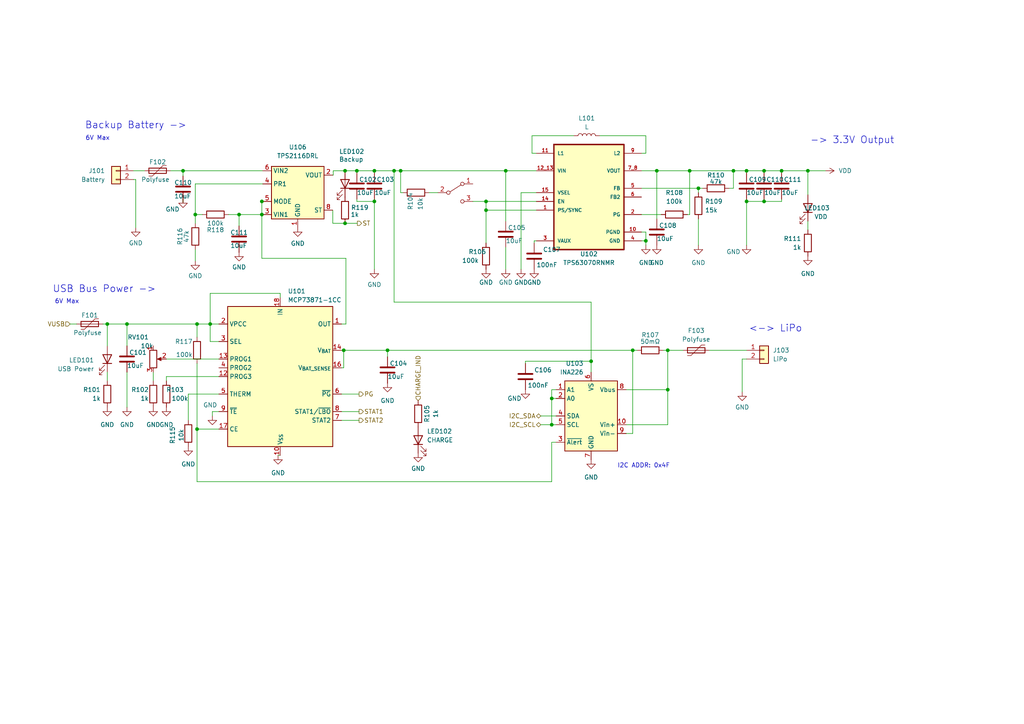
<source format=kicad_sch>
(kicad_sch (version 20231120) (generator "eeschema") (generator_version "8.0")
  (paper "A4")
  (lib_symbols
    (symbol "Battery_Management:MCP73871-1CC"
      (property "Reference" "U" (at -7.62 24.13 0))
      (property "Value" "MCP73871-1CC" (at -15.24 21.59 0))
      (symbol "MCP73871-1CC_0_1"
        (rectangle (start -15.24 20.32) (end 15.24 -20.32) (stroke (width 0.254)) (fill (type background)))
      )
      (symbol "MCP73871-1CC_1_1"
        (pin power_out line (at 17.78 15.24 180) (length 2.54) (name "OUT") (number "1"))
        (pin power_in line (at 0 -22.86 90) (length 2.54) (name "V_{SS}") (number "10"))
        (pin passive line (at 0 -22.86 90) (length 2.54) hide (name "V_{SS}") (number "11"))
        (pin bidirectional line (at -17.78 0 0) (length 2.54) (name "PROG3") (number "12"))
        (pin bidirectional line (at -17.78 5.08 0) (length 2.54) (name "PROG1") (number "13"))
        (pin power_out line (at 17.78 7.62 180) (length 2.54) (name "V_{BAT}") (number "14"))
        (pin passive line (at 17.78 7.62 180) (length 2.54) hide (name "V_{BAT}") (number "15"))
        (pin input line (at 17.78 2.54 180) (length 2.54) (name "V_{BAT_SENSE}") (number "16"))
        (pin input line (at -17.78 -15.24 0) (length 2.54) (name "CE") (number "17"))
        (pin power_in line (at 0 22.86 270) (length 2.54) (name "IN") (number "18"))
        (pin passive line (at 0 22.86 270) (length 2.54) hide (name "IN") (number "19"))
        (pin input line (at -17.78 15.24 0) (length 2.54) (name "VPCC") (number "2"))
        (pin passive line (at 17.78 15.24 180) (length 2.54) hide (name "OUT") (number "20"))
        (pin passive line (at 0 -22.86 90) (length 2.54) hide (name "V_{SS}") (number "21"))
        (pin input line (at -17.78 10.16 0) (length 2.54) (name "SEL") (number "3"))
        (pin input line (at -17.78 2.54 0) (length 2.54) (name "PROG2") (number "4"))
        (pin bidirectional line (at -17.78 -5.08 0) (length 2.54) (name "THERM") (number "5"))
        (pin open_collector line (at 17.78 -5.08 180) (length 2.54) (name "~{PG}") (number "6"))
        (pin open_collector line (at 17.78 -12.7 180) (length 2.54) (name "STAT2") (number "7"))
        (pin open_collector line (at 17.78 -10.16 180) (length 2.54) (name "STAT1/~{LBO}") (number "8"))
        (pin input line (at -17.78 -10.16 0) (length 2.54) (name "~{TE}") (number "9"))
      )
    )
    (symbol "Connector_Generic:Conn_01x02" (pin_names (offset 1.016) hide)
      (property "Reference" "J" (at 0 2.54 0))
      (property "Value" "Conn_01x02" (at 0 -5.08 0))
      (symbol "Conn_01x02_1_1"
        (rectangle (start -1.27 -2.413) (end 0 -2.667) (stroke (width 0.1524)))
        (rectangle (start -1.27 0.127) (end 0 -0.127) (stroke (width 0.1524)))
        (rectangle (start -1.27 1.27) (end 1.27 -3.81) (stroke (width 0.254)) (fill (type background)))
        (pin passive line (at -5.08 0 0) (length 3.81) (name "Pin_1") (number "1"))
        (pin passive line (at -5.08 -2.54 0) (length 3.81) (name "Pin_2") (number "2"))
      )
    )
    (symbol "Device:C" (pin_numbers hide) (pin_names (offset 0.254))
      (property "Reference" "C" (at 0.635 2.54 0))
      (property "Value" "C" (at 0.635 -2.54 0))
      (symbol "C_0_1"
        (polyline (pts (xy -2.032 -0.762) (xy 2.032 -0.762)) (stroke (width 0.508)))
        (polyline (pts (xy -2.032 0.762) (xy 2.032 0.762)) (stroke (width 0.508)))
      )
      (symbol "C_1_1"
        (pin passive line (at 0 3.81 270) (length 2.794) (name "~") (number "1"))
        (pin passive line (at 0 -3.81 90) (length 2.794) (name "~") (number "2"))
      )
    )
    (symbol "Device:L" (pin_numbers hide) (pin_names (offset 1.016) hide)
      (property "Reference" "L" (at -1.27 0 90))
      (property "Value" "L" (at 1.905 0 90))
      (symbol "L_0_1"
        (arc (start 0 -2.54) (mid 0.6323 -1.905) (end 0 -1.27))
        (arc (start 0 -1.27) (mid 0.6323 -0.635) (end 0 0))
        (arc (start 0 0) (mid 0.6323 0.635) (end 0 1.27))
        (arc (start 0 1.27) (mid 0.6323 1.905) (end 0 2.54))
      )
      (symbol "L_1_1"
        (pin passive line (at 0 3.81 270) (length 1.27) (name "1") (number "1"))
        (pin passive line (at 0 -3.81 90) (length 1.27) (name "2") (number "2"))
      )
    )
    (symbol "Device:LED" (pin_numbers hide) (pin_names (offset 1.016) hide)
      (property "Reference" "D" (at 0 2.54 0))
      (property "Value" "LED" (at 0 -2.54 0))
      (symbol "LED_0_1"
        (polyline (pts (xy -1.27 -1.27) (xy -1.27 1.27)) (stroke (width 0.254)))
        (polyline (pts (xy -1.27 0) (xy 1.27 0)))
        (polyline (pts (xy 1.27 -1.27) (xy 1.27 1.27) (xy -1.27 0) (xy 1.27 -1.27)) (stroke (width 0.254)))
        (polyline (pts (xy -3.048 -0.762) (xy -4.572 -2.286) (xy -3.81 -2.286) (xy -4.572 -2.286) (xy -4.572 -1.524)))
        (polyline (pts (xy -1.778 -0.762) (xy -3.302 -2.286) (xy -2.54 -2.286) (xy -3.302 -2.286) (xy -3.302 -1.524)))
      )
      (symbol "LED_1_1"
        (pin passive line (at -3.81 0 0) (length 2.54) (name "K") (number "1"))
        (pin passive line (at 3.81 0 180) (length 2.54) (name "A") (number "2"))
      )
    )
    (symbol "Device:Polyfuse" (pin_numbers hide) (pin_names (offset 0))
      (property "Reference" "F" (at -2.54 0 90))
      (property "Value" "Polyfuse" (at 2.54 0 90))
      (symbol "Polyfuse_0_1"
        (rectangle (start -0.762 2.54) (end 0.762 -2.54) (stroke (width 0.254)))
        (polyline (pts (xy 0 2.54) (xy 0 -2.54)))
        (polyline (pts (xy -1.524 2.54) (xy -1.524 1.524) (xy 1.524 -1.524) (xy 1.524 -2.54)))
      )
      (symbol "Polyfuse_1_1"
        (pin passive line (at 0 3.81 270) (length 1.27) (name "~") (number "1"))
        (pin passive line (at 0 -3.81 90) (length 1.27) (name "~") (number "2"))
      )
    )
    (symbol "Device:R" (pin_numbers hide) (pin_names (offset 0))
      (property "Reference" "R" (at 2.032 0 90))
      (property "Value" "R" (at 0 0 90))
      (symbol "R_0_1"
        (rectangle (start -1.016 -2.54) (end 1.016 2.54) (stroke (width 0.254)))
      )
      (symbol "R_1_1"
        (pin passive line (at 0 3.81 270) (length 1.27) (name "~") (number "1"))
        (pin passive line (at 0 -3.81 90) (length 1.27) (name "~") (number "2"))
      )
    )
    (symbol "Device:R_Potentiometer" (pin_names (offset 1.016) hide)
      (property "Reference" "RV" (at -4.445 0 90))
      (property "Value" "R_Potentiometer" (at -2.54 0 90))
      (symbol "R_Potentiometer_0_1"
        (polyline (pts (xy 2.54 0) (xy 1.524 0)))
        (polyline (pts (xy 1.143 0) (xy 2.286 0.508) (xy 2.286 -0.508) (xy 1.143 0)) (fill (type outline)))
        (rectangle (start 1.016 2.54) (end -1.016 -2.54) (stroke (width 0.254)))
      )
      (symbol "R_Potentiometer_1_1"
        (pin passive line (at 0 3.81 270) (length 1.27) (name "1") (number "1"))
        (pin passive line (at 3.81 0 180) (length 1.27) (name "2") (number "2"))
        (pin passive line (at 0 -3.81 90) (length 1.27) (name "3") (number "3"))
      )
    )
    (symbol "GND_1" (power) (pin_numbers hide) (pin_names (offset 0) hide)
      (property "Value" "GND" (at 0 -3.81 0))
      (symbol "GND_1_0_1"
        (polyline (pts (xy 0 0) (xy 0 -1.27) (xy 1.27 -1.27) (xy 0 -2.54) (xy -1.27 -1.27) (xy 0 -1.27)))
      )
      (symbol "GND_1_1_1"
        (pin power_in line (at 0 0 270) (length 0) (name "~") (number "1"))
      )
    )
    (symbol "GND_2" (power) (pin_numbers hide) (pin_names (offset 0) hide)
      (property "Value" "GND" (at 0 -3.81 0))
      (symbol "GND_2_0_1"
        (polyline (pts (xy 0 0) (xy 0 -1.27) (xy 1.27 -1.27) (xy 0 -2.54) (xy -1.27 -1.27) (xy 0 -1.27)))
      )
      (symbol "GND_2_1_1"
        (pin power_in line (at 0 0 270) (length 0) (name "~") (number "1"))
      )
    )
    (symbol "Power_Management:TPS2116DRL"
      (property "Reference" "U306" (at 0 13.208 0))
      (property "Value" "TPS2116DRL" (at 0 10.668 0))
      (symbol "TPS2116DRL_0_1"
        (rectangle (start -7.62 7.62) (end 7.62 -7.62) (stroke (width 0.254)) (fill (type background)))
      )
      (symbol "TPS2116DRL_1_0"
        (pin power_out line (at 10.16 5.08 180) (length 2.54) hide (name "VOUT") (number "7"))
      )
      (symbol "TPS2116DRL_1_1"
        (pin power_in line (at 0 -10.16 90) (length 2.54) (name "GND") (number "1"))
        (pin power_out line (at 10.16 5.08 180) (length 2.54) (name "VOUT") (number "2"))
        (pin power_in line (at -10.16 -6.35 0) (length 2.54) (name "VIN1") (number "3"))
        (pin input line (at -10.16 2.54 0) (length 2.54) (name "PR1") (number "4"))
        (pin input line (at -10.16 -2.54 0) (length 2.54) (name "MODE") (number "5"))
        (pin power_in line (at -10.16 6.35 0) (length 2.54) (name "VIN2") (number "6"))
        (pin open_collector line (at 10.16 -5.08 180) (length 2.54) (name "ST") (number "8"))
      )
    )
    (symbol "Sensor_Energy:INA226"
      (property "Reference" "U" (at -6.35 11.43 0))
      (property "Value" "INA226" (at 3.81 11.43 0))
      (symbol "INA226_0_1"
        (rectangle (start 7.62 10.16) (end -7.62 -10.16) (stroke (width 0.254)) (fill (type background)))
      )
      (symbol "INA226_1_1"
        (pin input line (at 10.16 7.62 180) (length 2.54) (name "A1") (number "1"))
        (pin input line (at -10.16 -2.54 0) (length 2.54) (name "Vin+") (number "10"))
        (pin input line (at 10.16 5.08 180) (length 2.54) (name "A0") (number "2"))
        (pin open_collector line (at 10.16 -7.62 180) (length 2.54) (name "~{Alert}") (number "3"))
        (pin bidirectional line (at 10.16 0 180) (length 2.54) (name "SDA") (number "4"))
        (pin input line (at 10.16 -2.54 180) (length 2.54) (name "SCL") (number "5"))
        (pin power_in line (at 0 12.7 270) (length 2.54) (name "VS") (number "6"))
        (pin power_in line (at 0 -12.7 90) (length 2.54) (name "GND") (number "7"))
        (pin input line (at -10.16 7.62 0) (length 2.54) (name "Vbus") (number "8"))
        (pin input line (at -10.16 -5.08 0) (length 2.54) (name "Vin-") (number "9"))
      )
    )
    (symbol "Switch:SW_SPDT" (pin_names (offset 0) hide)
      (property "Reference" "SW" (at 0 4.318 0))
      (property "Value" "SW_SPDT" (at 0 -5.08 0))
      (symbol "SW_SPDT_0_0"
        (circle (center -2.032 0) (radius 0.508))
        (circle (center 2.032 -2.54) (radius 0.508))
      )
      (symbol "SW_SPDT_0_1"
        (polyline (pts (xy -1.524 0.254) (xy 1.651 2.286)))
        (circle (center 2.032 2.54) (radius 0.508))
      )
      (symbol "SW_SPDT_1_1"
        (pin passive line (at 5.08 2.54 180) (length 2.54) (name "A") (number "1"))
        (pin passive line (at -5.08 0 0) (length 2.54) (name "B") (number "2"))
        (pin passive line (at 5.08 -2.54 180) (length 2.54) (name "C") (number "3"))
      )
    )
    (symbol "WOBCLibrary:TPS63070RNMR" (pin_names (offset 1.016))
      (property "Reference" "U" (at -12.7 29.21 0))
      (property "Value" "TPS63070RNMR" (at -12.7 -19.24 0))
      (symbol "TPS63070RNMR_0_0"
        (rectangle (start -10.16 15.24) (end 10.16 -15.24) (stroke (width 0.41)) (fill (type background)))
        (pin input line (at -15.24 -3.81 0) (length 5.08) (name "PS/SYNC") (number "1"))
        (pin power_in line (at 15.24 -10.16 180) (length 5.08) (name "PGND") (number "10"))
        (pin bidirectional line (at -15.24 12.7 0) (length 5.08) (name "L1") (number "11"))
        (pin input line (at -15.24 7.62 0) (length 5.08) (name "VIN") (number "12_13"))
        (pin input line (at -15.24 -1.27 0) (length 5.08) (name "EN") (number "14"))
        (pin input line (at -15.24 1.27 0) (length 5.08) (name "VSEL") (number "15"))
        (pin output line (at 15.24 -5.08 180) (length 5.08) (name "PG") (number "2"))
        (pin output line (at -15.24 -12.7 0) (length 5.08) (name "VAUX") (number "3"))
        (pin power_in line (at 15.24 -12.7 180) (length 5.08) (name "GND") (number "4"))
        (pin input line (at 15.24 2.54 180) (length 5.08) (name "FB") (number "5"))
        (pin output line (at 15.24 0 180) (length 5.08) (name "FB2") (number "6"))
        (pin output line (at 15.24 7.62 180) (length 5.08) (name "VOUT") (number "7_8"))
        (pin bidirectional line (at 15.24 12.7 180) (length 5.08) (name "L2") (number "9"))
      )
    )
    (symbol "power:GND" (power) (pin_names (offset 0))
      (property "Value" "GND" (at 0 -3.81 0))
      (symbol "GND_0_1"
        (polyline (pts (xy 0 0) (xy 0 -1.27) (xy 1.27 -1.27) (xy 0 -2.54) (xy -1.27 -1.27) (xy 0 -1.27)))
      )
      (symbol "GND_1_1"
        (pin power_in line (at 0 0 270) (length 0) hide (name "GND") (number "1"))
      )
    )
    (symbol "power:VDD" (power) (pin_names (offset 0))
      (property "Value" "VDD" (at 0 3.81 0))
      (symbol "VDD_0_1"
        (polyline (pts (xy -0.762 1.27) (xy 0 2.54)))
        (polyline (pts (xy 0 0) (xy 0 2.54)))
        (polyline (pts (xy 0 2.54) (xy 0.762 1.27)))
      )
      (symbol "VDD_1_1"
        (pin power_in line (at 0 0 90) (length 0) hide (name "VDD") (number "1"))
      )
    )
  )
  (junction (at 69.342 62.23))
  (junction (at 100.076 49.53))
  (junction (at 200.025 49.53))
  (junction (at 75.946 58.42))
  (junction (at 57.15 93.98))
  (junction (at 57.15 124.46))
  (junction (at 216.535 58.42))
  (junction (at 114.3 49.53))
  (junction (at 140.97 60.96))
  (junction (at 212.725 49.53))
  (junction (at 187.325 69.85))
  (junction (at 202.565 54.61))
  (junction (at 221.615 58.42))
  (junction (at 103.505 49.53))
  (junction (at 31.115 93.98))
  (junction (at 146.685 49.53))
  (junction (at 160.02 123.19))
  (junction (at 216.535 49.53))
  (junction (at 183.515 101.6))
  (junction (at 108.585 58.42))
  (junction (at 221.615 49.53))
  (junction (at 36.83 93.98))
  (junction (at 99.695 101.6))
  (junction (at 56.642 62.23))
  (junction (at 160.02 115.57))
  (junction (at 171.45 104.775))
  (junction (at 75.946 62.23))
  (junction (at 60.96 93.98))
  (junction (at 193.675 113.03))
  (junction (at 108.585 49.53))
  (junction (at 234.315 49.53))
  (junction (at 226.695 49.53))
  (junction (at 190.5 49.53))
  (junction (at 140.97 58.42))
  (junction (at 116.205 49.53))
  (junction (at 53.086 49.53))
  (junction (at 100.076 64.77))
  (junction (at 193.675 101.6))
  (junction (at 112.395 101.6))
  (wire (pts (xy 116.205 55.88) (xy 116.205 49.53)))
  (wire (pts (xy 215.265 104.14) (xy 216.535 104.14)))
  (wire (pts (xy 202.565 54.61) (xy 203.835 54.61)))
  (wire (pts (xy 48.26 104.14) (xy 63.5 104.14)))
  (wire (pts (xy 53.086 58.674) (xy 53.086 57.658)))
  (wire (pts (xy 75.946 74.93) (xy 100.33 74.93)))
  (wire (pts (xy 99.06 119.38) (xy 104.14 119.38)))
  (wire (pts (xy 215.265 113.665) (xy 215.265 104.14)))
  (wire (pts (xy 146.685 49.53) (xy 155.575 49.53)))
  (wire (pts (xy 103.505 49.53) (xy 103.505 50.165)))
  (wire (pts (xy 112.395 101.6) (xy 183.515 101.6)))
  (wire (pts (xy 100.076 49.53) (xy 103.505 49.53)))
  (wire (pts (xy 75.946 58.42) (xy 75.946 62.23)))
  (wire (pts (xy 221.615 57.785) (xy 221.615 58.42)))
  (wire (pts (xy 221.615 49.53) (xy 226.695 49.53)))
  (wire (pts (xy 160.02 115.57) (xy 160.02 113.03)))
  (wire (pts (xy 205.74 101.6) (xy 216.535 101.6)))
  (wire (pts (xy 202.565 55.88) (xy 202.565 54.61)))
  (wire (pts (xy 191.77 62.23) (xy 186.055 62.23)))
  (wire (pts (xy 154.305 44.45) (xy 155.575 44.45)))
  (wire (pts (xy 187.325 39.37) (xy 187.325 44.45)))
  (wire (pts (xy 100.33 74.93) (xy 100.33 93.98)))
  (wire (pts (xy 48.26 110.49) (xy 48.26 109.22)))
  (wire (pts (xy 96.52 64.77) (xy 96.52 60.96)))
  (wire (pts (xy 140.97 60.96) (xy 140.97 70.485)))
  (wire (pts (xy 20.32 93.98) (xy 22.225 93.98)))
  (wire (pts (xy 36.83 107.95) (xy 36.83 118.11)))
  (wire (pts (xy 57.15 124.46) (xy 57.15 139.7)))
  (wire (pts (xy 38.735 52.07) (xy 39.37 52.07)))
  (wire (pts (xy 100.076 64.77) (xy 96.52 64.77)))
  (wire (pts (xy 192.405 101.6) (xy 193.675 101.6)))
  (wire (pts (xy 56.642 62.23) (xy 56.642 64.77)))
  (wire (pts (xy 187.325 69.85) (xy 186.055 69.85)))
  (wire (pts (xy 96.647 49.53) (xy 100.076 49.53)))
  (wire (pts (xy 221.615 58.42) (xy 216.535 58.42)))
  (wire (pts (xy 54.61 114.3) (xy 54.61 121.92)))
  (wire (pts (xy 226.695 49.53) (xy 234.315 49.53)))
  (wire (pts (xy 114.3 49.53) (xy 116.205 49.53)))
  (wire (pts (xy 99.695 101.6) (xy 99.06 101.6)))
  (wire (pts (xy 99.695 106.68) (xy 99.695 101.6)))
  (wire (pts (xy 171.45 87.63) (xy 114.3 87.63)))
  (wire (pts (xy 63.5 114.3) (xy 54.61 114.3)))
  (wire (pts (xy 193.675 113.03) (xy 193.675 101.6)))
  (wire (pts (xy 49.53 49.53) (xy 53.086 49.53)))
  (wire (pts (xy 53.086 49.53) (xy 76.2 49.53)))
  (wire (pts (xy 152.4 104.775) (xy 171.45 104.775)))
  (wire (pts (xy 114.3 87.63) (xy 114.3 49.53)))
  (wire (pts (xy 160.02 128.27) (xy 161.29 128.27)))
  (wire (pts (xy 103.505 58.42) (xy 108.585 58.42)))
  (wire (pts (xy 226.695 58.42) (xy 221.615 58.42)))
  (wire (pts (xy 202.565 63.5) (xy 202.565 71.12)))
  (wire (pts (xy 156.845 120.65) (xy 161.29 120.65)))
  (wire (pts (xy 75.946 62.23) (xy 75.946 74.93)))
  (wire (pts (xy 186.055 49.53) (xy 190.5 49.53)))
  (wire (pts (xy 116.205 49.53) (xy 146.685 49.53)))
  (wire (pts (xy 181.61 125.73) (xy 183.515 125.73)))
  (wire (pts (xy 108.585 58.42) (xy 108.585 78.105)))
  (wire (pts (xy 212.725 49.53) (xy 216.535 49.53)))
  (wire (pts (xy 53.086 49.53) (xy 53.086 51.054)))
  (wire (pts (xy 124.46 55.88) (xy 127 55.88)))
  (wire (pts (xy 76.2 58.42) (xy 75.946 58.42)))
  (wire (pts (xy 56.642 53.34) (xy 76.2 53.34)))
  (wire (pts (xy 31.115 110.49) (xy 31.115 107.95)))
  (wire (pts (xy 154.94 70.485) (xy 154.94 69.85)))
  (wire (pts (xy 69.342 62.23) (xy 69.342 65.532)))
  (wire (pts (xy 103.505 57.785) (xy 103.505 58.42)))
  (wire (pts (xy 183.515 101.6) (xy 184.785 101.6)))
  (wire (pts (xy 108.585 57.785) (xy 108.585 58.42)))
  (wire (pts (xy 56.642 72.39) (xy 56.642 75.692)))
  (wire (pts (xy 160.02 115.57) (xy 160.02 123.19)))
  (wire (pts (xy 96.647 50.8) (xy 96.52 50.8)))
  (wire (pts (xy 156.845 123.19) (xy 160.02 123.19)))
  (wire (pts (xy 29.845 93.98) (xy 31.115 93.98)))
  (wire (pts (xy 226.695 49.53) (xy 226.695 50.165)))
  (wire (pts (xy 154.305 39.37) (xy 154.305 44.45)))
  (wire (pts (xy 161.29 115.57) (xy 160.02 115.57)))
  (wire (pts (xy 234.315 49.53) (xy 239.395 49.53)))
  (wire (pts (xy 140.97 58.42) (xy 155.575 58.42)))
  (wire (pts (xy 187.325 44.45) (xy 186.055 44.45)))
  (wire (pts (xy 226.695 57.785) (xy 226.695 58.42)))
  (wire (pts (xy 183.515 101.6) (xy 183.515 125.73)))
  (wire (pts (xy 160.02 139.7) (xy 160.02 128.27)))
  (wire (pts (xy 57.15 93.98) (xy 60.96 93.98)))
  (wire (pts (xy 96.647 49.53) (xy 96.647 50.8)))
  (wire (pts (xy 60.96 93.98) (xy 63.5 93.98)))
  (wire (pts (xy 200.025 49.53) (xy 212.725 49.53)))
  (wire (pts (xy 155.575 55.88) (xy 151.13 55.88)))
  (wire (pts (xy 108.585 49.53) (xy 108.585 50.165)))
  (wire (pts (xy 60.96 99.06) (xy 60.96 93.98)))
  (wire (pts (xy 181.61 113.03) (xy 193.675 113.03)))
  (wire (pts (xy 61.595 120.65) (xy 61.595 119.38)))
  (wire (pts (xy 56.642 53.34) (xy 56.642 62.23)))
  (wire (pts (xy 112.395 103.505) (xy 112.395 101.6)))
  (wire (pts (xy 104.14 121.92) (xy 99.06 121.92)))
  (wire (pts (xy 216.535 58.42) (xy 216.535 57.785)))
  (wire (pts (xy 193.675 101.6) (xy 198.12 101.6)))
  (wire (pts (xy 103.632 64.77) (xy 100.076 64.77)))
  (wire (pts (xy 152.4 105.41) (xy 152.4 104.775)))
  (wire (pts (xy 199.39 62.23) (xy 200.025 62.23)))
  (wire (pts (xy 187.325 69.85) (xy 187.325 71.12)))
  (wire (pts (xy 186.055 54.61) (xy 202.565 54.61)))
  (wire (pts (xy 211.455 54.61) (xy 212.725 54.61)))
  (wire (pts (xy 99.06 106.68) (xy 99.695 106.68)))
  (wire (pts (xy 155.575 60.96) (xy 140.97 60.96)))
  (wire (pts (xy 103.505 49.53) (xy 108.585 49.53)))
  (wire (pts (xy 63.5 99.06) (xy 60.96 99.06)))
  (wire (pts (xy 190.5 49.53) (xy 200.025 49.53)))
  (wire (pts (xy 36.83 93.98) (xy 36.83 100.33)))
  (wire (pts (xy 39.37 52.07) (xy 39.37 66.04)))
  (wire (pts (xy 160.02 123.19) (xy 161.29 123.19)))
  (wire (pts (xy 56.642 62.23) (xy 58.674 62.23)))
  (wire (pts (xy 66.294 62.23) (xy 69.342 62.23)))
  (wire (pts (xy 190.5 49.53) (xy 190.5 63.5)))
  (wire (pts (xy 69.342 62.23) (xy 75.946 62.23)))
  (wire (pts (xy 187.325 67.31) (xy 187.325 69.85)))
  (wire (pts (xy 75.946 58.166) (xy 75.946 58.42)))
  (wire (pts (xy 146.685 64.135) (xy 146.685 49.53)))
  (wire (pts (xy 75.946 62.23) (xy 76.2 62.23)))
  (wire (pts (xy 116.84 55.88) (xy 116.205 55.88)))
  (wire (pts (xy 140.97 58.42) (xy 140.97 60.96)))
  (wire (pts (xy 212.725 54.61) (xy 212.725 49.53)))
  (wire (pts (xy 200.025 62.23) (xy 200.025 49.53)))
  (wire (pts (xy 99.06 114.3) (xy 104.14 114.3)))
  (wire (pts (xy 146.685 71.755) (xy 146.685 78.105)))
  (wire (pts (xy 137.16 58.42) (xy 140.97 58.42)))
  (wire (pts (xy 160.02 113.03) (xy 161.29 113.03)))
  (wire (pts (xy 151.13 55.88) (xy 151.13 78.105)))
  (wire (pts (xy 181.61 123.19) (xy 193.675 123.19)))
  (wire (pts (xy 60.96 85.09) (xy 60.96 93.98)))
  (wire (pts (xy 108.585 49.53) (xy 114.3 49.53)))
  (wire (pts (xy 48.26 109.22) (xy 63.5 109.22)))
  (wire (pts (xy 154.94 69.85) (xy 155.575 69.85)))
  (wire (pts (xy 186.055 67.31) (xy 187.325 67.31)))
  (wire (pts (xy 38.735 49.53) (xy 41.91 49.53)))
  (wire (pts (xy 81.28 85.09) (xy 60.96 85.09)))
  (wire (pts (xy 99.06 93.98) (xy 100.33 93.98)))
  (wire (pts (xy 81.28 86.36) (xy 81.28 85.09)))
  (wire (pts (xy 216.535 49.53) (xy 216.535 50.165)))
  (wire (pts (xy 36.83 93.98) (xy 57.15 93.98)))
  (wire (pts (xy 57.15 139.7) (xy 160.02 139.7)))
  (wire (pts (xy 31.115 93.98) (xy 36.83 93.98)))
  (wire (pts (xy 44.45 110.49) (xy 44.45 107.95)))
  (wire (pts (xy 234.315 66.675) (xy 234.315 64.135)))
  (wire (pts (xy 234.315 49.53) (xy 234.315 56.515)))
  (wire (pts (xy 166.37 39.37) (xy 154.305 39.37)))
  (wire (pts (xy 81.28 132.08) (xy 80.645 132.08)))
  (wire (pts (xy 57.15 105.41) (xy 57.15 124.46)))
  (wire (pts (xy 99.695 101.6) (xy 112.395 101.6)))
  (wire (pts (xy 216.535 58.42) (xy 216.535 71.12)))
  (wire (pts (xy 31.115 93.98) (xy 31.115 100.33)))
  (wire (pts (xy 221.615 49.53) (xy 221.615 50.165)))
  (wire (pts (xy 173.99 39.37) (xy 187.325 39.37)))
  (wire (pts (xy 63.5 124.46) (xy 57.15 124.46)))
  (wire (pts (xy 57.15 93.98) (xy 57.15 97.79)))
  (wire (pts (xy 171.45 104.775) (xy 171.45 107.95)))
  (wire (pts (xy 216.535 49.53) (xy 221.615 49.53)))
  (wire (pts (xy 193.675 123.19) (xy 193.675 113.03)))
  (wire (pts (xy 61.595 119.38) (xy 63.5 119.38)))
  (wire (pts (xy 171.45 87.63) (xy 171.45 104.775)))
  (text "-> 3.3V Output" (at 234.95 41.91 0) (effects (font (size 2 2)) (justify left bottom)))
  (text "<-> LiPo" (at 217.17 96.52 0) (effects (font (size 2 2)) (justify left bottom)))
  (text "USB Bus Power ->" (at 15.24 85.09 0) (effects (font (size 2 2)) (justify left bottom)))
  (text "6V Max" (at 15.875 88.265 0) (effects (font (size 1.27 1.27)) (justify left bottom)))
  (text "6V Max" (at 24.765 40.894 0) (effects (font (size 1.27 1.27)) (justify left bottom)))
  (text "Backup Battery ->" (at 24.638 37.592 0) (effects (font (size 2 2)) (justify left bottom)))
  (text "I2C ADDR: 0x4F" (at 179.07 135.89 0) (effects (font (size 1.27 1.27)) (justify left bottom)))
  (hierarchical_label "STAT1" (shape output) (at 104.14 119.38 0))
  (hierarchical_label "STAT2" (shape output) (at 104.14 121.92 0))
  (hierarchical_label "I2C_SCL" (shape bidirectional) (at 156.845 123.19 180))
  (hierarchical_label "PG" (shape output) (at 104.14 114.3 0))
  (hierarchical_label "ST" (shape output) (at 103.632 64.77 0))
  (hierarchical_label "CHARGE_IND" (shape input) (at 121.285 116.205 90))
  (hierarchical_label "I2C_SDA" (shape bidirectional) (at 156.845 120.65 180))
  (hierarchical_label "VUSB" (shape input) (at 20.32 93.98 180))
  (symbol (lib_id "power:GND") (at 112.395 111.125 0) (unit 1)
    (property "Reference" "#PWR0109" (effects (hide yes)))
    (property "Value" "GND" (at 112.395 116.205 0))
  )
  (symbol (lib_id "power:GND") (at 80.645 132.08 0) (unit 1)
    (property "Reference" "#PWR0107" (effects (hide yes)))
    (property "Value" "GND" (at 80.645 137.16 0))
  )
  (symbol (lib_id "Device:C") (at 36.83 104.14 0) (unit 1)
    (property "Reference" "C101" (at 37.465 102.235 0) (effects (justify left)))
    (property "Value" "10uF" (at 36.83 106.045 0) (effects (justify left)))
    (property "Footprint" "Capacitor_SMD:C_0603_1608Metric" (effects (hide yes)))
    (property "Description" "Unpolarized capacitor" (effects (hide yes)))
    (property "LCSC" "C96446" (effects (hide yes)))
  )
  (symbol (lib_id "Device:C") (at 221.615 53.975 0) (unit 1)
    (property "Reference" "C110" (at 222.25 52.07 0) (effects (justify left)))
    (property "Value" "10uF" (at 221.615 55.88 0) (effects (justify left)))
    (property "Footprint" "Capacitor_SMD:C_0805_2012Metric" (effects (hide yes)))
    (property "Description" "Unpolarized capacitor" (effects (hide yes)))
    (property "LCSC" "C15850" (effects (hide yes)))
  )
  (symbol (lib_id "Device:Polyfuse") (at 45.72 49.53 90) (unit 1)
    (property "Reference" "F102" (at 45.72 46.99 90))
    (property "Value" "Polyfuse" (at 45.085 52.07 90))
    (property "Footprint" "Fuse:Fuse_1206_3216Metric" (effects (hide yes)))
    (property "Description" "Resettable fuse, polymeric positive temperature coefficient" (effects (hide yes)))
    (property "LCSC" " C883133" (effects (hide yes)))
  )
  (symbol (lib_id "Device:LED") (at 234.315 60.325 270) (mirror x) (unit 1)
    (property "Reference" "LED103" (at 240.665 60.325 90) (effects (justify right)))
    (property "Value" "VDD" (at 240.03 62.865 90) (effects (justify right)))
    (property "Footprint" "LED_SMD:LED_0805_2012Metric" (effects (hide yes)))
    (property "Description" "Light emitting diode" (effects (hide yes)))
    (property "LCSC" "C2297" (effects (hide yes)))
  )
  (symbol (lib_id "Device:R") (at 62.484 62.23 270) (unit 1)
    (property "Reference" "R118" (at 62.484 66.675 90))
    (property "Value" "100k" (at 62.484 64.77 90))
    (property "Footprint" "Resistor_SMD:R_0402_1005Metric" (effects (hide yes)))
    (property "LCSC" "C25741" (effects (hide yes)))
  )
  (symbol (lib_id "Device:R") (at 31.115 114.3 0) (mirror y) (unit 1)
    (property "Reference" "R101" (at 29.21 113.03 0) (effects (justify left)))
    (property "Value" "1k" (at 29.21 115.57 0) (effects (justify left)))
    (property "Footprint" "Resistor_SMD:R_0402_1005Metric" (effects (hide yes)))
    (property "Description" "Resistor" (effects (hide yes)))
    (property "LCSC" "C11702" (effects (hide yes)))
  )
  (symbol (lib_id "Device:C") (at 103.505 53.975 0) (unit 1)
    (property "Reference" "C102" (at 104.14 52.07 0) (effects (justify left)))
    (property "Value" "10uF" (at 103.505 55.88 0) (effects (justify left)))
    (property "Footprint" "Capacitor_SMD:C_0805_2012Metric" (effects (hide yes)))
    (property "Description" "Unpolarized capacitor" (effects (hide yes)))
    (property "LCSC" "C15850" (effects (hide yes)))
  )
  (symbol (lib_id "power:GND") (at 39.37 66.04 0) (unit 1)
    (property "Reference" "#PWR0102" (effects (hide yes)))
    (property "Value" "GND" (at 39.37 70.485 0))
  )
  (symbol (lib_id "Device:C") (at 216.535 53.975 0) (unit 1)
    (property "Reference" "C109" (at 217.17 52.07 0) (effects (justify left)))
    (property "Value" "10uF" (at 216.535 55.88 0) (effects (justify left)))
    (property "Footprint" "Capacitor_SMD:C_0805_2012Metric" (effects (hide yes)))
    (property "Description" "Unpolarized capacitor" (effects (hide yes)))
    (property "LCSC" "C15850" (effects (hide yes)))
  )
  (symbol (lib_id "Device:L") (at 170.18 39.37 90) (unit 1)
    (property "Reference" "L101" (at 170.18 34.29 90))
    (property "Value" "L" (at 170.18 36.83 90))
    (property "Footprint" "Inductor_SMD:L_Wuerth_WE-TPC-3816" (effects (hide yes)))
    (property "Description" "Inductor" (effects (hide yes)))
    (property "LCSC" " C3033018" (effects (hide yes)))
  )
  (symbol (lib_id "Connector_Generic:Conn_01x02") (at 221.615 101.6 0) (unit 1)
    (property "Reference" "J103" (at 224.155 101.6 0) (effects (justify left)))
    (property "Value" "LiPo" (at 224.155 104.14 0) (effects (justify left)))
    (property "Footprint" "Connector_JST:JST_PH_S2B-PH-K_1x02_P2.00mm_Horizontal" (effects (hide yes)))
    (property "Description" "Generic connector, single row, 01x02, script generated (kicad-library-utils/schlib/autogen/connector/)" (effects (hide yes)))
  )
  (symbol (lib_id "Power_Management:TPS2116DRL") (at 86.36 55.88 0) (unit 1)
    (property "Reference" "U106" (at 86.36 42.672 0))
    (property "Value" "TPS2116DRL" (at 86.36 45.212 0))
    (property "Footprint" "Package_TO_SOT_SMD:SOT-583-8" (effects (hide yes)))
    (property "Datasheet" "https://www.ti.com/lit/ds/symlink/tps2116.pdf" (effects (hide yes)))
    (property "Description" "2 Channnels Power Mux with Manual and Priority Switchover, 1.6-5.5V Input Voltage, 2.5A Output Current, Ron 40 mOhm, SOT-583-8" (effects (hide yes)))
  )
  (symbol (lib_id "power:GND") (at 187.325 71.12 0) (unit 1)
    (property "Reference" "#PWR0117" (effects (hide yes)))
    (property "Value" "GND" (at 187.325 76.2 0))
  )
  (symbol (lib_id "power:GND") (at 171.45 133.35 0) (unit 1)
    (property "Reference" "#PWR0116" (effects (hide yes)))
    (property "Value" "GND" (at 171.45 138.43 0))
  )
  (symbol (lib_id "power:GND") (at 152.4 113.03 0) (unit 1)
    (property "Reference" "#PWR0114" (effects (hide yes)))
    (property "Value" "GND" (at 149.225 115.57 0))
  )
  (symbol (lib_id "power:GND") (at 215.265 113.665 0) (unit 1)
    (property "Reference" "#PWR0120" (effects (hide yes)))
    (property "Value" "GND" (at 215.265 118.11 0))
  )
  (symbol (lib_id "Device:R") (at 54.61 125.73 180) (unit 1)
    (property "Reference" "R115" (at 50.038 126.238 90))
    (property "Value" "10k" (at 52.578 126.238 90))
    (property "Footprint" "Resistor_SMD:R_0402_1005Metric" (effects (hide yes)))
    (property "Description" "Resistor" (effects (hide yes)))
    (property "LCSC" "C25744" (effects (hide yes)))
  )
  (symbol (lib_id "Device:C") (at 190.5 67.31 0) (unit 1)
    (property "Reference" "C108" (at 191.135 65.405 0) (effects (justify left)))
    (property "Value" "10uF" (at 190.5 69.215 0) (effects (justify left)))
    (property "Footprint" "Capacitor_SMD:C_0603_1608Metric" (effects (hide yes)))
    (property "Description" "Unpolarized capacitor" (effects (hide yes)))
    (property "LCSC" "C96446" (effects (hide yes)))
  )
  (symbol (lib_id "Device:C") (at 226.695 53.975 0) (unit 1)
    (property "Reference" "C111" (at 227.33 52.07 0) (effects (justify left)))
    (property "Value" "10uF" (at 226.695 55.88 0) (effects (justify left)))
    (property "Footprint" "Capacitor_SMD:C_0805_2012Metric" (effects (hide yes)))
    (property "Description" "Unpolarized capacitor" (effects (hide yes)))
    (property "LCSC" "C15850" (effects (hide yes)))
  )
  (symbol (lib_name "GND_1") (lib_id "power:GND") (at 69.342 73.152 0) (unit 1)
    (property "Reference" "#PWR0145" (effects (hide yes)))
    (property "Value" "GND" (at 69.342 77.47 0))
    (property "Description" "Power symbol creates a global label with name \"GND\" , ground" (effects (hide yes)))
  )
  (symbol (lib_id "power:GND") (at 108.585 78.105 0) (unit 1)
    (property "Reference" "#PWR0108" (effects (hide yes)))
    (property "Value" "GND" (at 108.585 82.55 0))
  )
  (symbol (lib_id "Device:R") (at 207.645 54.61 90) (unit 1)
    (property "Reference" "R110" (at 207.645 50.8 90))
    (property "Value" "47k" (at 207.645 52.705 90))
    (property "Footprint" "Resistor_SMD:R_0402_1005Metric" (effects (hide yes)))
    (property "Description" "Resistor" (effects (hide yes)))
    (property "LCSC" "C25792" (effects (hide yes)))
  )
  (symbol (lib_id "Device:C") (at 154.94 74.295 0) (unit 1)
    (property "Reference" "C107" (at 157.48 72.39 0) (effects (justify left)))
    (property "Value" "100nF" (at 155.575 76.835 0) (effects (justify left)))
    (property "Footprint" "Capacitor_SMD:C_0402_1005Metric" (effects (hide yes)))
    (property "Description" "Unpolarized capacitor" (effects (hide yes)))
    (property "LCSC" "C1525" (effects (hide yes)))
  )
  (symbol (lib_id "power:GND") (at 234.315 74.295 0) (unit 1)
    (property "Reference" "#PWR0122" (effects (hide yes)))
    (property "Value" "GND" (at 234.315 79.375 0))
  )
  (symbol (lib_id "power:GND") (at 216.535 71.12 0) (unit 1)
    (property "Reference" "#PWR0121" (effects (hide yes)))
    (property "Value" "GND" (at 212.725 73.025 0))
  )
  (symbol (lib_id "Device:R") (at 188.595 101.6 90) (unit 1)
    (property "Reference" "R107" (at 188.595 97.155 90))
    (property "Value" "50mΩ" (at 188.595 99.06 90))
    (property "Footprint" "Resistor_SMD:R_0805_2012Metric" (effects (hide yes)))
    (property "Description" "Resistor" (effects (hide yes)))
    (property "LCSC" "C247602" (effects (hide yes)))
  )
  (symbol (lib_id "Device:R_Potentiometer") (at 44.45 104.14 0) (unit 1)
    (property "Reference" "RV101" (at 43.18 97.79 0) (effects (justify right)))
    (property "Value" "10k" (at 44.45 100.33 0) (effects (justify right)))
    (property "Footprint" "Potentiometer_SMD:Potentiometer_Bourns_TC33X_Vertical" (effects (hide yes)))
    (property "Description" "Potentiometer" (effects (hide yes)))
    (property "LCSC" " C719176" (effects (hide yes)))
  )
  (symbol (lib_id "Device:C") (at 108.585 53.975 0) (unit 1)
    (property "Reference" "C103" (at 109.22 52.07 0) (effects (justify left)))
    (property "Value" "10uF" (at 108.585 55.88 0) (effects (justify left)))
    (property "Footprint" "Capacitor_SMD:C_0805_2012Metric" (effects (hide yes)))
    (property "Description" "Unpolarized capacitor" (effects (hide yes)))
    (property "LCSC" "C15850" (effects (hide yes)))
  )
  (symbol (lib_id "Device:R") (at 100.076 60.96 0) (mirror y) (unit 1)
    (property "Reference" "R119" (at 106.934 60.198 0) (effects (justify left)))
    (property "Value" "1k" (at 104.14 62.23 0) (effects (justify left)))
    (property "Footprint" "Resistor_SMD:R_0402_1005Metric" (effects (hide yes)))
    (property "Description" "Resistor" (effects (hide yes)))
    (property "LCSC" "C11702" (effects (hide yes)))
  )
  (symbol (lib_id "power:GND") (at 44.45 118.11 0) (unit 1)
    (property "Reference" "#PWR0104" (effects (hide yes)))
    (property "Value" "GND" (at 44.45 123.19 0))
  )
  (symbol (lib_id "Device:R") (at 44.45 114.3 0) (mirror y) (unit 1)
    (property "Reference" "R102" (at 43.18 113.03 0) (effects (justify left)))
    (property "Value" "1k" (at 43.18 115.57 0) (effects (justify left)))
    (property "Footprint" "Resistor_SMD:R_0402_1005Metric" (effects (hide yes)))
    (property "Description" "Resistor" (effects (hide yes)))
    (property "LCSC" "C11702" (effects (hide yes)))
  )
  (symbol (lib_name "GND_1") (lib_id "power:GND") (at 53.086 57.658 0) (unit 1)
    (property "Reference" "#PWR0141" (effects (hide yes)))
    (property "Value" "GND" (at 50.038 60.706 0))
    (property "Description" "Power symbol creates a global label with name \"GND\" , ground" (effects (hide yes)))
  )
  (symbol (lib_id "Device:R") (at 121.285 120.015 180) (unit 1)
    (property "Reference" "R105" (at 123.825 120.015 90))
    (property "Value" "1k" (at 126.365 120.015 90))
    (property "Footprint" "Resistor_SMD:R_0402_1005Metric" (effects (hide yes)))
    (property "Description" "Resistor" (effects (hide yes)))
    (property "LCSC" "C11702" (effects (hide yes)))
  )
  (symbol (lib_id "Device:R") (at 140.97 74.295 0) (unit 1)
    (property "Reference" "R106" (at 135.89 73.025 0) (effects (justify left)))
    (property "Value" "100k" (at 133.985 75.565 0) (effects (justify left)))
    (property "Footprint" "Resistor_SMD:R_0402_1005Metric" (effects (hide yes)))
    (property "Description" "Resistor" (effects (hide yes)))
    (property "LCSC" "C25741" (effects (hide yes)))
  )
  (symbol (lib_name "GND_2") (lib_id "power:GND") (at 86.36 66.04 0) (unit 1)
    (property "Reference" "#PWR0147" (effects (hide yes)))
    (property "Value" "GND" (at 86.36 70.612 0))
    (property "Description" "Power symbol creates a global label with name \"GND\" , ground" (effects (hide yes)))
  )
  (symbol (lib_id "power:GND") (at 121.285 131.445 0) (unit 1)
    (property "Reference" "#PWR0110" (effects (hide yes)))
    (property "Value" "GND" (at 121.285 135.89 0))
  )
  (symbol (lib_id "power:GND") (at 54.61 129.54 0) (unit 1)
    (property "Reference" "#PWR0142" (effects (hide yes)))
    (property "Value" "GND" (at 54.61 134.62 0))
  )
  (symbol (lib_id "power:GND") (at 140.97 78.105 0) (unit 1)
    (property "Reference" "#PWR0111" (effects (hide yes)))
    (property "Value" "GND" (at 140.97 81.915 0))
  )
  (symbol (lib_id "power:GND") (at 146.685 78.105 0) (unit 1)
    (property "Reference" "#PWR0112" (effects (hide yes)))
    (property "Value" "GND" (at 146.685 81.915 0))
  )
  (symbol (lib_id "Device:R") (at 234.315 70.485 0) (mirror y) (unit 1)
    (property "Reference" "R111" (at 232.41 69.215 0) (effects (justify left)))
    (property "Value" "1k" (at 232.41 71.755 0) (effects (justify left)))
    (property "Footprint" "Resistor_SMD:R_0402_1005Metric" (effects (hide yes)))
    (property "Description" "Resistor" (effects (hide yes)))
    (property "LCSC" "C11702" (effects (hide yes)))
  )
  (symbol (lib_id "Device:R") (at 57.15 101.6 0) (mirror y) (unit 1)
    (property "Reference" "R117" (at 55.88 99.06 0) (effects (justify left)))
    (property "Value" "100k" (at 55.88 102.87 0) (effects (justify left)))
    (property "Footprint" "Resistor_SMD:R_0402_1005Metric" (effects (hide yes)))
    (property "Description" "Resistor" (effects (hide yes)))
    (property "LCSC" "C25741" (effects (hide yes)))
  )
  (symbol (lib_id "power:VDD") (at 239.395 49.53 270) (unit 1)
    (property "Reference" "#PWR0123" (effects (hide yes)))
    (property "Value" "VDD" (at 243.205 49.53 90) (effects (justify left)))
  )
  (symbol (lib_id "Device:R") (at 195.58 62.23 270) (unit 1)
    (property "Reference" "R108" (at 195.58 55.88 90))
    (property "Value" "100k" (at 195.58 58.42 90))
    (property "Footprint" "Resistor_SMD:R_0402_1005Metric" (effects (hide yes)))
    (property "Description" "Resistor" (effects (hide yes)))
    (property "LCSC" "C25741" (effects (hide yes)))
  )
  (symbol (lib_id "power:GND") (at 48.26 118.11 0) (unit 1)
    (property "Reference" "#PWR0105" (effects (hide yes)))
    (property "Value" "GND" (at 48.26 123.19 0))
  )
  (symbol (lib_id "power:GND") (at 36.83 118.11 0) (unit 1)
    (property "Reference" "#PWR0103" (effects (hide yes)))
    (property "Value" "GND" (at 36.83 123.19 0))
  )
  (symbol (lib_id "Device:LED") (at 100.076 53.34 270) (mirror x) (unit 1)
    (property "Reference" "LED102" (at 105.664 43.942 90) (effects (justify right)))
    (property "Value" "Backup" (at 105.41 46.228 90) (effects (justify right)))
    (property "Footprint" "LED_SMD:LED_0805_2012Metric" (effects (hide yes)))
    (property "Description" "Light emitting diode" (effects (hide yes)))
    (property "LCSC" "C2296" (effects (hide yes)))
  )
  (symbol (lib_id "Device:C") (at 146.685 67.945 0) (unit 1)
    (property "Reference" "C105" (at 147.32 66.04 0) (effects (justify left)))
    (property "Value" "10uF" (at 146.685 69.85 0) (effects (justify left)))
    (property "Footprint" "Capacitor_SMD:C_0603_1608Metric" (effects (hide yes)))
    (property "Description" "Unpolarized capacitor" (effects (hide yes)))
    (property "LCSC" "C96446" (effects (hide yes)))
  )
  (symbol (lib_id "Device:R") (at 120.65 55.88 90) (unit 1)
    (property "Reference" "R104" (at 119.0324 60.9281 0) (effects (justify left)))
    (property "Value" "10k" (at 121.92 60.96 0) (effects (justify left)))
    (property "Footprint" "Resistor_SMD:R_0402_1005Metric" (effects (hide yes)))
    (property "Description" "Resistor" (effects (hide yes)))
    (property "LCSC" "C25744" (effects (hide yes)))
  )
  (symbol (lib_id "Device:C") (at 152.4 109.22 0) (unit 1)
    (property "Reference" "C106" (at 154.94 107.315 0) (effects (justify left)))
    (property "Value" "100nF" (at 153.035 111.76 0) (effects (justify left)))
    (property "Footprint" "Capacitor_SMD:C_0402_1005Metric" (effects (hide yes)))
    (property "Description" "Unpolarized capacitor" (effects (hide yes)))
    (property "LCSC" "C1525" (effects (hide yes)))
  )
  (symbol (lib_id "Sensor_Energy:INA226") (at 171.45 120.65 0) (mirror y) (unit 1)
    (property "Reference" "U103" (at 169.2559 105.41 0) (effects (justify left)))
    (property "Value" "INA226" (at 169.2559 107.95 0) (effects (justify left)))
    (property "Footprint" "Package_SO:VSSOP-10_3x3mm_P0.5mm" (effects (hide yes)))
    (property "Description" "High-Side or Low-Side Measurement, Bi-Directional Current and Power Monitor (0-36V) with I2C Compatible Interface, VSSOP-10" (effects (hide yes)))
    (property "LCSC" "C49851" (effects (hide yes)))
  )
  (symbol (lib_id "power:GND") (at 61.595 120.65 0) (unit 1)
    (property "Reference" "#PWR0106" (effects (hide yes)))
    (property "Value" "GND" (at 60.96 117.475 0))
  )
  (symbol (lib_id "power:GND") (at 31.115 118.11 0) (unit 1)
    (property "Reference" "#PWR0101" (effects (hide yes)))
    (property "Value" "GND" (at 31.115 123.19 0))
  )
  (symbol (lib_id "power:GND") (at 190.5 71.12 0) (unit 1)
    (property "Reference" "#PWR0118" (effects (hide yes)))
    (property "Value" "GND" (at 190.5 76.2 0))
  )
  (symbol (lib_id "power:GND") (at 151.13 78.105 0) (unit 1)
    (property "Reference" "#PWR0113" (effects (hide yes)))
    (property "Value" "GND" (at 151.13 81.915 0))
  )
  (symbol (lib_id "Device:LED") (at 121.285 127.635 90) (unit 1)
    (property "Reference" "LED102" (at 123.825 125.095 90) (effects (justify right)))
    (property "Value" "CHARGE" (at 123.825 127.635 90) (effects (justify right)))
    (property "Footprint" "LED_SMD:LED_0805_2012Metric" (effects (hide yes)))
    (property "Description" "Light emitting diode" (effects (hide yes)))
    (property "LCSC" "C2296" (effects (hide yes)))
  )
  (symbol (lib_id "Device:R") (at 202.565 59.69 180) (unit 1)
    (property "Reference" "R109" (at 204.47 58.42 0) (effects (justify right)))
    (property "Value" "15k" (at 204.47 60.96 0) (effects (justify right)))
    (property "Footprint" "Resistor_SMD:R_0402_1005Metric" (effects (hide yes)))
    (property "Description" "Resistor" (effects (hide yes)))
    (property "LCSC" "C25756" (effects (hide yes)))
  )
  (symbol (lib_id "Device:R") (at 56.642 68.58 180) (unit 1)
    (property "Reference" "R116" (at 52.197 68.58 90))
    (property "Value" "47k" (at 54.102 68.58 90))
    (property "Footprint" "Resistor_SMD:R_0402_1005Metric" (effects (hide yes)))
    (property "LCSC" "C25792" (effects (hide yes)))
  )
  (symbol (lib_id "Connector_Generic:Conn_01x02") (at 33.655 49.53 0) (mirror y) (unit 1)
    (property "Reference" "J101" (at 30.48 49.53 0) (effects (justify left)))
    (property "Value" "Battery" (at 30.48 52.07 0) (effects (justify left)))
    (property "Footprint" "Connector_JST:JST_XH_S2B-XH-A_1x02_P2.50mm_Horizontal" (effects (hide yes)))
    (property "Description" "Generic connector, single row, 01x02, script generated (kicad-library-utils/schlib/autogen/connector/)" (effects (hide yes)))
  )
  (symbol (lib_id "Device:Polyfuse") (at 26.035 93.98 90) (unit 1)
    (property "Reference" "F101" (at 26.035 91.44 90))
    (property "Value" "Polyfuse" (at 25.4 96.52 90))
    (property "Footprint" "Fuse:Fuse_1206_3216Metric" (effects (hide yes)))
    (property "Description" "Resettable fuse, polymeric positive temperature coefficient" (effects (hide yes)))
    (property "LCSC" " C883133" (effects (hide yes)))
  )
  (symbol (lib_id "Device:C") (at 53.086 54.864 0) (unit 1)
    (property "Reference" "C110" (at 50.546 52.959 0) (effects (justify left)))
    (property "Value" "10uF" (at 50.546 56.896 0) (effects (justify left)))
    (property "Footprint" "Capacitor_SMD:C_0603_1608Metric" (effects (hide yes)))
    (property "LCSC" "C96446" (effects (hide yes)))
  )
  (symbol (lib_id "Device:R") (at 48.26 114.3 0) (mirror y) (unit 1)
    (property "Reference" "R103" (at 53.34 113.03 0) (effects (justify left)))
    (property "Value" "100k" (at 54.61 115.57 0) (effects (justify left)))
    (property "Footprint" "Resistor_SMD:R_0402_1005Metric" (effects (hide yes)))
    (property "Description" "Resistor" (effects (hide yes)))
    (property "LCSC" "C25741" (effects (hide yes)))
  )
  (symbol (lib_id "Device:Polyfuse") (at 201.93 101.6 90) (unit 1)
    (property "Reference" "F103" (at 201.93 95.885 90))
    (property "Value" "Polyfuse" (at 201.93 98.425 90))
    (property "Footprint" "Fuse:Fuse_1206_3216Metric" (effects (hide yes)))
    (property "Description" "Resettable fuse, polymeric positive temperature coefficient" (effects (hide yes)))
    (property "LCSC" " C883133" (effects (hide yes)))
  )
  (symbol (lib_id "power:GND") (at 202.565 71.12 0) (unit 1)
    (property "Reference" "#PWR0119" (effects (hide yes)))
    (property "Value" "GND" (at 202.565 76.2 0))
  )
  (symbol (lib_id "WOBCLibrary:TPS63070RNMR") (at 170.815 57.15 0) (unit 1)
    (property "Reference" "U102" (at 170.815 73.66 0))
    (property "Value" "TPS63070RNMR" (at 170.815 76.2 0))
    (property "Footprint" "WOBCLibrary:VREG_TPS63070RNMR" (effects (hide yes)))
    (property "Description" "\nWide input voltage (2V-16V) buck-boost converter\n" (effects (hide yes)))
    (property "MF" "Texas Instruments" (effects (hide yes)))
    (property "Package" "VQFN-HR-15 Texas Instruments" (effects (hide yes)))
    (property "Price" "None" (effects (hide yes)))
    (property "SnapEDA_Link" "https://www.snapeda.com/parts/TPS63070RNMR/Texas+Instruments/view-part/?ref=snap" (effects (hide yes)))
    (property "MP" "TPS63070RNMR" (effects (hide yes)))
    (property "Purchase-URL" "https://www.snapeda.com/api/url_track_click_mouser/?unipart_id=583017&manufacturer=Texas Instruments&part_name=TPS63070RNMR&search_term=None" (effects (hide yes)))
    (property "Availability" "In Stock" (effects (hide yes)))
    (property "Check_prices" "https://www.snapeda.com/parts/TPS63070RNMR/Texas+Instruments/view-part/?ref=eda" (effects (hide yes)))
    (property "LCSC" "C109322" (effects (hide yes)))
  )
  (symbol (lib_name "GND_1") (lib_id "power:GND") (at 56.642 75.692 0) (unit 1)
    (property "Reference" "#PWR0143" (effects (hide yes)))
    (property "Value" "GND" (at 56.642 80.01 0))
    (property "Description" "Power symbol creates a global label with name \"GND\" , ground" (effects (hide yes)))
  )
  (symbol (lib_id "Device:LED") (at 31.115 104.14 270) (mirror x) (unit 1)
    (property "Reference" "LED101" (at 27.305 104.4575 90) (effects (justify right)))
    (property "Value" "USB Power" (at 27.305 106.9975 90) (effects (justify right)))
    (property "Footprint" "LED_SMD:LED_0805_2012Metric" (effects (hide yes)))
    (property "Description" "Light emitting diode" (effects (hide yes)))
    (property "LCSC" "C2297" (effects (hide yes)))
  )
  (symbol (lib_id "Switch:SW_SPDT") (at 132.08 55.88 0) (unit 1)
    (property "Reference" "SW101" (effects (hide yes)))
    (property "Value" "Power Switch" (effects (hide yes)))
    (property "Footprint" "Button_Switch_THT:SW_Slide_SPDT_Angled_CK_OS102011MA1Q" (effects (hide yes)))
    (property "Description" "Switch, single pole double throw" (effects (hide yes)))
  )
  (symbol (lib_id "Device:C") (at 69.342 69.342 0) (unit 1)
    (property "Reference" "C111" (at 66.802 67.437 0) (effects (justify left)))
    (property "Value" "10uF" (at 66.802 71.247 0) (effects (justify left)))
    (property "Footprint" "Capacitor_SMD:C_0603_1608Metric" (effects (hide yes)))
    (property "LCSC" "C96446" (effects (hide yes)))
  )
  (symbol (lib_id "power:GND") (at 154.94 78.105 0) (unit 1)
    (property "Reference" "#PWR0115" (effects (hide yes)))
    (property "Value" "GND" (at 154.94 81.915 0))
  )
  (symbol (lib_id "Battery_Management:MCP73871-1CC") (at 81.28 109.22 0) (unit 1)
    (property "Reference" "U101" (at 83.4741 84.455 0) (effects (justify left)))
    (property "Value" "MCP73871-1CC" (at 83.4741 86.995 0) (effects (justify left)))
    (property "Footprint" "Package_DFN_QFN:QFN-20-1EP_4x4mm_P0.5mm_EP2.5x2.5mm" (effects (hide yes)))
    (property "Description" "Single cell, Li-Ion/Li-Po charge management controller, 4.10V, 6h safety timer, 3.1V LBO threshold" (effects (hide yes)))
    (property "LCSC" " C511310" (effects (hide yes)))
  )
  (symbol (lib_id "Device:C") (at 112.395 107.315 0) (unit 1)
    (property "Reference" "C104" (at 113.03 105.41 0) (effects (justify left)))
    (property "Value" "10uF" (at 112.395 109.22 0) (effects (justify left)))
    (property "Footprint" "Capacitor_SMD:C_0603_1608Metric" (effects (hide yes)))
    (property "Description" "Unpolarized capacitor" (effects (hide yes)))
    (property "LCSC" "C96446" (effects (hide yes)))
  )
)
</source>
